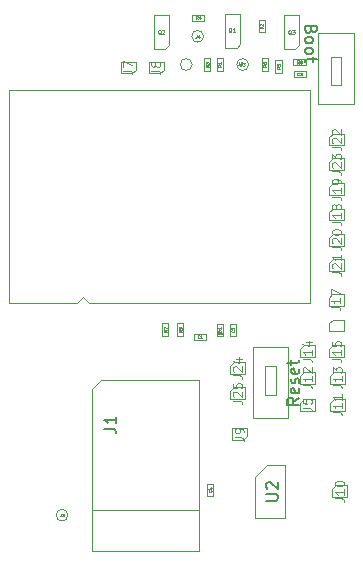
<source format=gbr>
G04 #@! TF.GenerationSoftware,KiCad,Pcbnew,7.0.1-0*
G04 #@! TF.CreationDate,2025-03-17T17:28:38+01:00*
G04 #@! TF.ProjectId,LED-Controller,4c45442d-436f-46e7-9472-6f6c6c65722e,rev?*
G04 #@! TF.SameCoordinates,Original*
G04 #@! TF.FileFunction,AssemblyDrawing,Top*
%FSLAX46Y46*%
G04 Gerber Fmt 4.6, Leading zero omitted, Abs format (unit mm)*
G04 Created by KiCad (PCBNEW 7.0.1-0) date 2025-03-17 17:28:38*
%MOMM*%
%LPD*%
G01*
G04 APERTURE LIST*
%ADD10C,0.150000*%
%ADD11C,0.040000*%
%ADD12C,0.114000*%
%ADD13C,0.050000*%
%ADD14C,0.100000*%
G04 APERTURE END LIST*
D10*
G04 #@! TO.C,U2*
X161105019Y-126339504D02*
X161914542Y-126339504D01*
X161914542Y-126339504D02*
X162009780Y-126291885D01*
X162009780Y-126291885D02*
X162057400Y-126244266D01*
X162057400Y-126244266D02*
X162105019Y-126149028D01*
X162105019Y-126149028D02*
X162105019Y-125958552D01*
X162105019Y-125958552D02*
X162057400Y-125863314D01*
X162057400Y-125863314D02*
X162009780Y-125815695D01*
X162009780Y-125815695D02*
X161914542Y-125768076D01*
X161914542Y-125768076D02*
X161105019Y-125768076D01*
X161200257Y-125339504D02*
X161152638Y-125291885D01*
X161152638Y-125291885D02*
X161105019Y-125196647D01*
X161105019Y-125196647D02*
X161105019Y-124958552D01*
X161105019Y-124958552D02*
X161152638Y-124863314D01*
X161152638Y-124863314D02*
X161200257Y-124815695D01*
X161200257Y-124815695D02*
X161295495Y-124768076D01*
X161295495Y-124768076D02*
X161390733Y-124768076D01*
X161390733Y-124768076D02*
X161533590Y-124815695D01*
X161533590Y-124815695D02*
X162105019Y-125387123D01*
X162105019Y-125387123D02*
X162105019Y-124768076D01*
G04 #@! TO.C,SW1*
X163886219Y-117620895D02*
X163410028Y-117954228D01*
X163886219Y-118192323D02*
X162886219Y-118192323D01*
X162886219Y-118192323D02*
X162886219Y-117811371D01*
X162886219Y-117811371D02*
X162933838Y-117716133D01*
X162933838Y-117716133D02*
X162981457Y-117668514D01*
X162981457Y-117668514D02*
X163076695Y-117620895D01*
X163076695Y-117620895D02*
X163219552Y-117620895D01*
X163219552Y-117620895D02*
X163314790Y-117668514D01*
X163314790Y-117668514D02*
X163362409Y-117716133D01*
X163362409Y-117716133D02*
X163410028Y-117811371D01*
X163410028Y-117811371D02*
X163410028Y-118192323D01*
X163838600Y-116811371D02*
X163886219Y-116906609D01*
X163886219Y-116906609D02*
X163886219Y-117097085D01*
X163886219Y-117097085D02*
X163838600Y-117192323D01*
X163838600Y-117192323D02*
X163743361Y-117239942D01*
X163743361Y-117239942D02*
X163362409Y-117239942D01*
X163362409Y-117239942D02*
X163267171Y-117192323D01*
X163267171Y-117192323D02*
X163219552Y-117097085D01*
X163219552Y-117097085D02*
X163219552Y-116906609D01*
X163219552Y-116906609D02*
X163267171Y-116811371D01*
X163267171Y-116811371D02*
X163362409Y-116763752D01*
X163362409Y-116763752D02*
X163457647Y-116763752D01*
X163457647Y-116763752D02*
X163552885Y-117239942D01*
X163838600Y-116382799D02*
X163886219Y-116287561D01*
X163886219Y-116287561D02*
X163886219Y-116097085D01*
X163886219Y-116097085D02*
X163838600Y-116001847D01*
X163838600Y-116001847D02*
X163743361Y-115954228D01*
X163743361Y-115954228D02*
X163695742Y-115954228D01*
X163695742Y-115954228D02*
X163600504Y-116001847D01*
X163600504Y-116001847D02*
X163552885Y-116097085D01*
X163552885Y-116097085D02*
X163552885Y-116239942D01*
X163552885Y-116239942D02*
X163505266Y-116335180D01*
X163505266Y-116335180D02*
X163410028Y-116382799D01*
X163410028Y-116382799D02*
X163362409Y-116382799D01*
X163362409Y-116382799D02*
X163267171Y-116335180D01*
X163267171Y-116335180D02*
X163219552Y-116239942D01*
X163219552Y-116239942D02*
X163219552Y-116097085D01*
X163219552Y-116097085D02*
X163267171Y-116001847D01*
X163838600Y-115144704D02*
X163886219Y-115239942D01*
X163886219Y-115239942D02*
X163886219Y-115430418D01*
X163886219Y-115430418D02*
X163838600Y-115525656D01*
X163838600Y-115525656D02*
X163743361Y-115573275D01*
X163743361Y-115573275D02*
X163362409Y-115573275D01*
X163362409Y-115573275D02*
X163267171Y-115525656D01*
X163267171Y-115525656D02*
X163219552Y-115430418D01*
X163219552Y-115430418D02*
X163219552Y-115239942D01*
X163219552Y-115239942D02*
X163267171Y-115144704D01*
X163267171Y-115144704D02*
X163362409Y-115097085D01*
X163362409Y-115097085D02*
X163457647Y-115097085D01*
X163457647Y-115097085D02*
X163552885Y-115573275D01*
X163219552Y-114811370D02*
X163219552Y-114430418D01*
X162886219Y-114668513D02*
X163743361Y-114668513D01*
X163743361Y-114668513D02*
X163838600Y-114620894D01*
X163838600Y-114620894D02*
X163886219Y-114525656D01*
X163886219Y-114525656D02*
X163886219Y-114430418D01*
G04 #@! TO.C,SW2*
X164907190Y-86460152D02*
X164859571Y-86603009D01*
X164859571Y-86603009D02*
X164811952Y-86650628D01*
X164811952Y-86650628D02*
X164716714Y-86698247D01*
X164716714Y-86698247D02*
X164573857Y-86698247D01*
X164573857Y-86698247D02*
X164478619Y-86650628D01*
X164478619Y-86650628D02*
X164431000Y-86603009D01*
X164431000Y-86603009D02*
X164383380Y-86507771D01*
X164383380Y-86507771D02*
X164383380Y-86126819D01*
X164383380Y-86126819D02*
X165383380Y-86126819D01*
X165383380Y-86126819D02*
X165383380Y-86460152D01*
X165383380Y-86460152D02*
X165335761Y-86555390D01*
X165335761Y-86555390D02*
X165288142Y-86603009D01*
X165288142Y-86603009D02*
X165192904Y-86650628D01*
X165192904Y-86650628D02*
X165097666Y-86650628D01*
X165097666Y-86650628D02*
X165002428Y-86603009D01*
X165002428Y-86603009D02*
X164954809Y-86555390D01*
X164954809Y-86555390D02*
X164907190Y-86460152D01*
X164907190Y-86460152D02*
X164907190Y-86126819D01*
X164383380Y-87269676D02*
X164431000Y-87174438D01*
X164431000Y-87174438D02*
X164478619Y-87126819D01*
X164478619Y-87126819D02*
X164573857Y-87079200D01*
X164573857Y-87079200D02*
X164859571Y-87079200D01*
X164859571Y-87079200D02*
X164954809Y-87126819D01*
X164954809Y-87126819D02*
X165002428Y-87174438D01*
X165002428Y-87174438D02*
X165050047Y-87269676D01*
X165050047Y-87269676D02*
X165050047Y-87412533D01*
X165050047Y-87412533D02*
X165002428Y-87507771D01*
X165002428Y-87507771D02*
X164954809Y-87555390D01*
X164954809Y-87555390D02*
X164859571Y-87603009D01*
X164859571Y-87603009D02*
X164573857Y-87603009D01*
X164573857Y-87603009D02*
X164478619Y-87555390D01*
X164478619Y-87555390D02*
X164431000Y-87507771D01*
X164431000Y-87507771D02*
X164383380Y-87412533D01*
X164383380Y-87412533D02*
X164383380Y-87269676D01*
X164383380Y-88174438D02*
X164431000Y-88079200D01*
X164431000Y-88079200D02*
X164478619Y-88031581D01*
X164478619Y-88031581D02*
X164573857Y-87983962D01*
X164573857Y-87983962D02*
X164859571Y-87983962D01*
X164859571Y-87983962D02*
X164954809Y-88031581D01*
X164954809Y-88031581D02*
X165002428Y-88079200D01*
X165002428Y-88079200D02*
X165050047Y-88174438D01*
X165050047Y-88174438D02*
X165050047Y-88317295D01*
X165050047Y-88317295D02*
X165002428Y-88412533D01*
X165002428Y-88412533D02*
X164954809Y-88460152D01*
X164954809Y-88460152D02*
X164859571Y-88507771D01*
X164859571Y-88507771D02*
X164573857Y-88507771D01*
X164573857Y-88507771D02*
X164478619Y-88460152D01*
X164478619Y-88460152D02*
X164431000Y-88412533D01*
X164431000Y-88412533D02*
X164383380Y-88317295D01*
X164383380Y-88317295D02*
X164383380Y-88174438D01*
X165050047Y-88793486D02*
X165050047Y-89174438D01*
X165383380Y-88936343D02*
X164526238Y-88936343D01*
X164526238Y-88936343D02*
X164431000Y-88983962D01*
X164431000Y-88983962D02*
X164383380Y-89079200D01*
X164383380Y-89079200D02*
X164383380Y-89174438D01*
D11*
G04 #@! TO.C,R5*
X162273880Y-89603732D02*
X162150071Y-89690399D01*
X162273880Y-89752304D02*
X162013880Y-89752304D01*
X162013880Y-89752304D02*
X162013880Y-89653256D01*
X162013880Y-89653256D02*
X162026261Y-89628494D01*
X162026261Y-89628494D02*
X162038642Y-89616113D01*
X162038642Y-89616113D02*
X162063404Y-89603732D01*
X162063404Y-89603732D02*
X162100547Y-89603732D01*
X162100547Y-89603732D02*
X162125309Y-89616113D01*
X162125309Y-89616113D02*
X162137690Y-89628494D01*
X162137690Y-89628494D02*
X162150071Y-89653256D01*
X162150071Y-89653256D02*
X162150071Y-89752304D01*
X162013880Y-89368494D02*
X162013880Y-89492304D01*
X162013880Y-89492304D02*
X162137690Y-89504685D01*
X162137690Y-89504685D02*
X162125309Y-89492304D01*
X162125309Y-89492304D02*
X162112928Y-89467542D01*
X162112928Y-89467542D02*
X162112928Y-89405637D01*
X162112928Y-89405637D02*
X162125309Y-89380875D01*
X162125309Y-89380875D02*
X162137690Y-89368494D01*
X162137690Y-89368494D02*
X162162452Y-89356113D01*
X162162452Y-89356113D02*
X162224357Y-89356113D01*
X162224357Y-89356113D02*
X162249119Y-89368494D01*
X162249119Y-89368494D02*
X162261500Y-89380875D01*
X162261500Y-89380875D02*
X162273880Y-89405637D01*
X162273880Y-89405637D02*
X162273880Y-89467542D01*
X162273880Y-89467542D02*
X162261500Y-89492304D01*
X162261500Y-89492304D02*
X162249119Y-89504685D01*
D12*
G04 #@! TO.C,J22*
X166672790Y-96373238D02*
X167215647Y-96373238D01*
X167215647Y-96373238D02*
X167324219Y-96409429D01*
X167324219Y-96409429D02*
X167396600Y-96481810D01*
X167396600Y-96481810D02*
X167432790Y-96590381D01*
X167432790Y-96590381D02*
X167432790Y-96662762D01*
X166745171Y-96047524D02*
X166708980Y-96011333D01*
X166708980Y-96011333D02*
X166672790Y-95938952D01*
X166672790Y-95938952D02*
X166672790Y-95758000D01*
X166672790Y-95758000D02*
X166708980Y-95685619D01*
X166708980Y-95685619D02*
X166745171Y-95649428D01*
X166745171Y-95649428D02*
X166817552Y-95613238D01*
X166817552Y-95613238D02*
X166889933Y-95613238D01*
X166889933Y-95613238D02*
X166998504Y-95649428D01*
X166998504Y-95649428D02*
X167432790Y-96083714D01*
X167432790Y-96083714D02*
X167432790Y-95613238D01*
X166745171Y-95323714D02*
X166708980Y-95287523D01*
X166708980Y-95287523D02*
X166672790Y-95215142D01*
X166672790Y-95215142D02*
X166672790Y-95034190D01*
X166672790Y-95034190D02*
X166708980Y-94961809D01*
X166708980Y-94961809D02*
X166745171Y-94925618D01*
X166745171Y-94925618D02*
X166817552Y-94889428D01*
X166817552Y-94889428D02*
X166889933Y-94889428D01*
X166889933Y-94889428D02*
X166998504Y-94925618D01*
X166998504Y-94925618D02*
X167432790Y-95359904D01*
X167432790Y-95359904D02*
X167432790Y-94889428D01*
G04 #@! TO.C,J11*
X166723590Y-118826838D02*
X167266447Y-118826838D01*
X167266447Y-118826838D02*
X167375019Y-118863029D01*
X167375019Y-118863029D02*
X167447400Y-118935410D01*
X167447400Y-118935410D02*
X167483590Y-119043981D01*
X167483590Y-119043981D02*
X167483590Y-119116362D01*
X167483590Y-118066838D02*
X167483590Y-118501124D01*
X167483590Y-118283981D02*
X166723590Y-118283981D01*
X166723590Y-118283981D02*
X166832161Y-118356362D01*
X166832161Y-118356362D02*
X166904542Y-118428743D01*
X166904542Y-118428743D02*
X166940733Y-118501124D01*
X167483590Y-117343028D02*
X167483590Y-117777314D01*
X167483590Y-117560171D02*
X166723590Y-117560171D01*
X166723590Y-117560171D02*
X166832161Y-117632552D01*
X166832161Y-117632552D02*
X166904542Y-117704933D01*
X166904542Y-117704933D02*
X166940733Y-117777314D01*
G04 #@! TO.C,J19*
X166672790Y-100589638D02*
X167215647Y-100589638D01*
X167215647Y-100589638D02*
X167324219Y-100625829D01*
X167324219Y-100625829D02*
X167396600Y-100698210D01*
X167396600Y-100698210D02*
X167432790Y-100806781D01*
X167432790Y-100806781D02*
X167432790Y-100879162D01*
X167432790Y-99829638D02*
X167432790Y-100263924D01*
X167432790Y-100046781D02*
X166672790Y-100046781D01*
X166672790Y-100046781D02*
X166781361Y-100119162D01*
X166781361Y-100119162D02*
X166853742Y-100191543D01*
X166853742Y-100191543D02*
X166889933Y-100263924D01*
X167432790Y-99467733D02*
X167432790Y-99322971D01*
X167432790Y-99322971D02*
X167396600Y-99250590D01*
X167396600Y-99250590D02*
X167360409Y-99214399D01*
X167360409Y-99214399D02*
X167251838Y-99142018D01*
X167251838Y-99142018D02*
X167107076Y-99105828D01*
X167107076Y-99105828D02*
X166817552Y-99105828D01*
X166817552Y-99105828D02*
X166745171Y-99142018D01*
X166745171Y-99142018D02*
X166708980Y-99178209D01*
X166708980Y-99178209D02*
X166672790Y-99250590D01*
X166672790Y-99250590D02*
X166672790Y-99395352D01*
X166672790Y-99395352D02*
X166708980Y-99467733D01*
X166708980Y-99467733D02*
X166745171Y-99503923D01*
X166745171Y-99503923D02*
X166817552Y-99540114D01*
X166817552Y-99540114D02*
X166998504Y-99540114D01*
X166998504Y-99540114D02*
X167070885Y-99503923D01*
X167070885Y-99503923D02*
X167107076Y-99467733D01*
X167107076Y-99467733D02*
X167143266Y-99395352D01*
X167143266Y-99395352D02*
X167143266Y-99250590D01*
X167143266Y-99250590D02*
X167107076Y-99178209D01*
X167107076Y-99178209D02*
X167070885Y-99142018D01*
X167070885Y-99142018D02*
X166998504Y-99105828D01*
G04 #@! TO.C,J25*
X158290790Y-117861638D02*
X158833647Y-117861638D01*
X158833647Y-117861638D02*
X158942219Y-117897829D01*
X158942219Y-117897829D02*
X159014600Y-117970210D01*
X159014600Y-117970210D02*
X159050790Y-118078781D01*
X159050790Y-118078781D02*
X159050790Y-118151162D01*
X158363171Y-117535924D02*
X158326980Y-117499733D01*
X158326980Y-117499733D02*
X158290790Y-117427352D01*
X158290790Y-117427352D02*
X158290790Y-117246400D01*
X158290790Y-117246400D02*
X158326980Y-117174019D01*
X158326980Y-117174019D02*
X158363171Y-117137828D01*
X158363171Y-117137828D02*
X158435552Y-117101638D01*
X158435552Y-117101638D02*
X158507933Y-117101638D01*
X158507933Y-117101638D02*
X158616504Y-117137828D01*
X158616504Y-117137828D02*
X159050790Y-117572114D01*
X159050790Y-117572114D02*
X159050790Y-117101638D01*
X158290790Y-116414018D02*
X158290790Y-116775923D01*
X158290790Y-116775923D02*
X158652695Y-116812114D01*
X158652695Y-116812114D02*
X158616504Y-116775923D01*
X158616504Y-116775923D02*
X158580314Y-116703542D01*
X158580314Y-116703542D02*
X158580314Y-116522590D01*
X158580314Y-116522590D02*
X158616504Y-116450209D01*
X158616504Y-116450209D02*
X158652695Y-116414018D01*
X158652695Y-116414018D02*
X158725076Y-116377828D01*
X158725076Y-116377828D02*
X158906028Y-116377828D01*
X158906028Y-116377828D02*
X158978409Y-116414018D01*
X158978409Y-116414018D02*
X159014600Y-116450209D01*
X159014600Y-116450209D02*
X159050790Y-116522590D01*
X159050790Y-116522590D02*
X159050790Y-116703542D01*
X159050790Y-116703542D02*
X159014600Y-116775923D01*
X159014600Y-116775923D02*
X158978409Y-116812114D01*
G04 #@! TO.C,J24*
X158290790Y-115728038D02*
X158833647Y-115728038D01*
X158833647Y-115728038D02*
X158942219Y-115764229D01*
X158942219Y-115764229D02*
X159014600Y-115836610D01*
X159014600Y-115836610D02*
X159050790Y-115945181D01*
X159050790Y-115945181D02*
X159050790Y-116017562D01*
X158363171Y-115402324D02*
X158326980Y-115366133D01*
X158326980Y-115366133D02*
X158290790Y-115293752D01*
X158290790Y-115293752D02*
X158290790Y-115112800D01*
X158290790Y-115112800D02*
X158326980Y-115040419D01*
X158326980Y-115040419D02*
X158363171Y-115004228D01*
X158363171Y-115004228D02*
X158435552Y-114968038D01*
X158435552Y-114968038D02*
X158507933Y-114968038D01*
X158507933Y-114968038D02*
X158616504Y-115004228D01*
X158616504Y-115004228D02*
X159050790Y-115438514D01*
X159050790Y-115438514D02*
X159050790Y-114968038D01*
X158544123Y-114316609D02*
X159050790Y-114316609D01*
X158254600Y-114497561D02*
X158797457Y-114678514D01*
X158797457Y-114678514D02*
X158797457Y-114208037D01*
G04 #@! TO.C,J23*
X166672790Y-98456038D02*
X167215647Y-98456038D01*
X167215647Y-98456038D02*
X167324219Y-98492229D01*
X167324219Y-98492229D02*
X167396600Y-98564610D01*
X167396600Y-98564610D02*
X167432790Y-98673181D01*
X167432790Y-98673181D02*
X167432790Y-98745562D01*
X166745171Y-98130324D02*
X166708980Y-98094133D01*
X166708980Y-98094133D02*
X166672790Y-98021752D01*
X166672790Y-98021752D02*
X166672790Y-97840800D01*
X166672790Y-97840800D02*
X166708980Y-97768419D01*
X166708980Y-97768419D02*
X166745171Y-97732228D01*
X166745171Y-97732228D02*
X166817552Y-97696038D01*
X166817552Y-97696038D02*
X166889933Y-97696038D01*
X166889933Y-97696038D02*
X166998504Y-97732228D01*
X166998504Y-97732228D02*
X167432790Y-98166514D01*
X167432790Y-98166514D02*
X167432790Y-97696038D01*
X166672790Y-97442704D02*
X166672790Y-96972228D01*
X166672790Y-96972228D02*
X166962314Y-97225561D01*
X166962314Y-97225561D02*
X166962314Y-97116990D01*
X166962314Y-97116990D02*
X166998504Y-97044609D01*
X166998504Y-97044609D02*
X167034695Y-97008418D01*
X167034695Y-97008418D02*
X167107076Y-96972228D01*
X167107076Y-96972228D02*
X167288028Y-96972228D01*
X167288028Y-96972228D02*
X167360409Y-97008418D01*
X167360409Y-97008418D02*
X167396600Y-97044609D01*
X167396600Y-97044609D02*
X167432790Y-97116990D01*
X167432790Y-97116990D02*
X167432790Y-97334133D01*
X167432790Y-97334133D02*
X167396600Y-97406514D01*
X167396600Y-97406514D02*
X167360409Y-97442704D01*
G04 #@! TO.C,J21*
X166672790Y-106990438D02*
X167215647Y-106990438D01*
X167215647Y-106990438D02*
X167324219Y-107026629D01*
X167324219Y-107026629D02*
X167396600Y-107099010D01*
X167396600Y-107099010D02*
X167432790Y-107207581D01*
X167432790Y-107207581D02*
X167432790Y-107279962D01*
X166745171Y-106664724D02*
X166708980Y-106628533D01*
X166708980Y-106628533D02*
X166672790Y-106556152D01*
X166672790Y-106556152D02*
X166672790Y-106375200D01*
X166672790Y-106375200D02*
X166708980Y-106302819D01*
X166708980Y-106302819D02*
X166745171Y-106266628D01*
X166745171Y-106266628D02*
X166817552Y-106230438D01*
X166817552Y-106230438D02*
X166889933Y-106230438D01*
X166889933Y-106230438D02*
X166998504Y-106266628D01*
X166998504Y-106266628D02*
X167432790Y-106700914D01*
X167432790Y-106700914D02*
X167432790Y-106230438D01*
X167432790Y-105506628D02*
X167432790Y-105940914D01*
X167432790Y-105723771D02*
X166672790Y-105723771D01*
X166672790Y-105723771D02*
X166781361Y-105796152D01*
X166781361Y-105796152D02*
X166853742Y-105868533D01*
X166853742Y-105868533D02*
X166889933Y-105940914D01*
G04 #@! TO.C,J20*
X166672790Y-104856838D02*
X167215647Y-104856838D01*
X167215647Y-104856838D02*
X167324219Y-104893029D01*
X167324219Y-104893029D02*
X167396600Y-104965410D01*
X167396600Y-104965410D02*
X167432790Y-105073981D01*
X167432790Y-105073981D02*
X167432790Y-105146362D01*
X166745171Y-104531124D02*
X166708980Y-104494933D01*
X166708980Y-104494933D02*
X166672790Y-104422552D01*
X166672790Y-104422552D02*
X166672790Y-104241600D01*
X166672790Y-104241600D02*
X166708980Y-104169219D01*
X166708980Y-104169219D02*
X166745171Y-104133028D01*
X166745171Y-104133028D02*
X166817552Y-104096838D01*
X166817552Y-104096838D02*
X166889933Y-104096838D01*
X166889933Y-104096838D02*
X166998504Y-104133028D01*
X166998504Y-104133028D02*
X167432790Y-104567314D01*
X167432790Y-104567314D02*
X167432790Y-104096838D01*
X166672790Y-103626361D02*
X166672790Y-103553980D01*
X166672790Y-103553980D02*
X166708980Y-103481599D01*
X166708980Y-103481599D02*
X166745171Y-103445409D01*
X166745171Y-103445409D02*
X166817552Y-103409218D01*
X166817552Y-103409218D02*
X166962314Y-103373028D01*
X166962314Y-103373028D02*
X167143266Y-103373028D01*
X167143266Y-103373028D02*
X167288028Y-103409218D01*
X167288028Y-103409218D02*
X167360409Y-103445409D01*
X167360409Y-103445409D02*
X167396600Y-103481599D01*
X167396600Y-103481599D02*
X167432790Y-103553980D01*
X167432790Y-103553980D02*
X167432790Y-103626361D01*
X167432790Y-103626361D02*
X167396600Y-103698742D01*
X167396600Y-103698742D02*
X167360409Y-103734933D01*
X167360409Y-103734933D02*
X167288028Y-103771123D01*
X167288028Y-103771123D02*
X167143266Y-103807314D01*
X167143266Y-103807314D02*
X166962314Y-103807314D01*
X166962314Y-103807314D02*
X166817552Y-103771123D01*
X166817552Y-103771123D02*
X166745171Y-103734933D01*
X166745171Y-103734933D02*
X166708980Y-103698742D01*
X166708980Y-103698742D02*
X166672790Y-103626361D01*
G04 #@! TO.C,J18*
X166672790Y-102723238D02*
X167215647Y-102723238D01*
X167215647Y-102723238D02*
X167324219Y-102759429D01*
X167324219Y-102759429D02*
X167396600Y-102831810D01*
X167396600Y-102831810D02*
X167432790Y-102940381D01*
X167432790Y-102940381D02*
X167432790Y-103012762D01*
X167432790Y-101963238D02*
X167432790Y-102397524D01*
X167432790Y-102180381D02*
X166672790Y-102180381D01*
X166672790Y-102180381D02*
X166781361Y-102252762D01*
X166781361Y-102252762D02*
X166853742Y-102325143D01*
X166853742Y-102325143D02*
X166889933Y-102397524D01*
X166998504Y-101528952D02*
X166962314Y-101601333D01*
X166962314Y-101601333D02*
X166926123Y-101637523D01*
X166926123Y-101637523D02*
X166853742Y-101673714D01*
X166853742Y-101673714D02*
X166817552Y-101673714D01*
X166817552Y-101673714D02*
X166745171Y-101637523D01*
X166745171Y-101637523D02*
X166708980Y-101601333D01*
X166708980Y-101601333D02*
X166672790Y-101528952D01*
X166672790Y-101528952D02*
X166672790Y-101384190D01*
X166672790Y-101384190D02*
X166708980Y-101311809D01*
X166708980Y-101311809D02*
X166745171Y-101275618D01*
X166745171Y-101275618D02*
X166817552Y-101239428D01*
X166817552Y-101239428D02*
X166853742Y-101239428D01*
X166853742Y-101239428D02*
X166926123Y-101275618D01*
X166926123Y-101275618D02*
X166962314Y-101311809D01*
X166962314Y-101311809D02*
X166998504Y-101384190D01*
X166998504Y-101384190D02*
X166998504Y-101528952D01*
X166998504Y-101528952D02*
X167034695Y-101601333D01*
X167034695Y-101601333D02*
X167070885Y-101637523D01*
X167070885Y-101637523D02*
X167143266Y-101673714D01*
X167143266Y-101673714D02*
X167288028Y-101673714D01*
X167288028Y-101673714D02*
X167360409Y-101637523D01*
X167360409Y-101637523D02*
X167396600Y-101601333D01*
X167396600Y-101601333D02*
X167432790Y-101528952D01*
X167432790Y-101528952D02*
X167432790Y-101384190D01*
X167432790Y-101384190D02*
X167396600Y-101311809D01*
X167396600Y-101311809D02*
X167360409Y-101275618D01*
X167360409Y-101275618D02*
X167288028Y-101239428D01*
X167288028Y-101239428D02*
X167143266Y-101239428D01*
X167143266Y-101239428D02*
X167070885Y-101275618D01*
X167070885Y-101275618D02*
X167034695Y-101311809D01*
X167034695Y-101311809D02*
X166998504Y-101384190D01*
G04 #@! TO.C,J17*
X166621990Y-109936838D02*
X167164847Y-109936838D01*
X167164847Y-109936838D02*
X167273419Y-109973029D01*
X167273419Y-109973029D02*
X167345800Y-110045410D01*
X167345800Y-110045410D02*
X167381990Y-110153981D01*
X167381990Y-110153981D02*
X167381990Y-110226362D01*
X167381990Y-109176838D02*
X167381990Y-109611124D01*
X167381990Y-109393981D02*
X166621990Y-109393981D01*
X166621990Y-109393981D02*
X166730561Y-109466362D01*
X166730561Y-109466362D02*
X166802942Y-109538743D01*
X166802942Y-109538743D02*
X166839133Y-109611124D01*
X166621990Y-108923504D02*
X166621990Y-108416837D01*
X166621990Y-108416837D02*
X167381990Y-108742552D01*
G04 #@! TO.C,J15*
X166672790Y-114305638D02*
X167215647Y-114305638D01*
X167215647Y-114305638D02*
X167324219Y-114341829D01*
X167324219Y-114341829D02*
X167396600Y-114414210D01*
X167396600Y-114414210D02*
X167432790Y-114522781D01*
X167432790Y-114522781D02*
X167432790Y-114595162D01*
X167432790Y-113545638D02*
X167432790Y-113979924D01*
X167432790Y-113762781D02*
X166672790Y-113762781D01*
X166672790Y-113762781D02*
X166781361Y-113835162D01*
X166781361Y-113835162D02*
X166853742Y-113907543D01*
X166853742Y-113907543D02*
X166889933Y-113979924D01*
X166672790Y-112858018D02*
X166672790Y-113219923D01*
X166672790Y-113219923D02*
X167034695Y-113256114D01*
X167034695Y-113256114D02*
X166998504Y-113219923D01*
X166998504Y-113219923D02*
X166962314Y-113147542D01*
X166962314Y-113147542D02*
X166962314Y-112966590D01*
X166962314Y-112966590D02*
X166998504Y-112894209D01*
X166998504Y-112894209D02*
X167034695Y-112858018D01*
X167034695Y-112858018D02*
X167107076Y-112821828D01*
X167107076Y-112821828D02*
X167288028Y-112821828D01*
X167288028Y-112821828D02*
X167360409Y-112858018D01*
X167360409Y-112858018D02*
X167396600Y-112894209D01*
X167396600Y-112894209D02*
X167432790Y-112966590D01*
X167432790Y-112966590D02*
X167432790Y-113147542D01*
X167432790Y-113147542D02*
X167396600Y-113219923D01*
X167396600Y-113219923D02*
X167360409Y-113256114D01*
G04 #@! TO.C,J14*
X164183590Y-114305638D02*
X164726447Y-114305638D01*
X164726447Y-114305638D02*
X164835019Y-114341829D01*
X164835019Y-114341829D02*
X164907400Y-114414210D01*
X164907400Y-114414210D02*
X164943590Y-114522781D01*
X164943590Y-114522781D02*
X164943590Y-114595162D01*
X164943590Y-113545638D02*
X164943590Y-113979924D01*
X164943590Y-113762781D02*
X164183590Y-113762781D01*
X164183590Y-113762781D02*
X164292161Y-113835162D01*
X164292161Y-113835162D02*
X164364542Y-113907543D01*
X164364542Y-113907543D02*
X164400733Y-113979924D01*
X164436923Y-112894209D02*
X164943590Y-112894209D01*
X164147400Y-113075161D02*
X164690257Y-113256114D01*
X164690257Y-113256114D02*
X164690257Y-112785637D01*
G04 #@! TO.C,J13*
X166723590Y-116540838D02*
X167266447Y-116540838D01*
X167266447Y-116540838D02*
X167375019Y-116577029D01*
X167375019Y-116577029D02*
X167447400Y-116649410D01*
X167447400Y-116649410D02*
X167483590Y-116757981D01*
X167483590Y-116757981D02*
X167483590Y-116830362D01*
X167483590Y-115780838D02*
X167483590Y-116215124D01*
X167483590Y-115997981D02*
X166723590Y-115997981D01*
X166723590Y-115997981D02*
X166832161Y-116070362D01*
X166832161Y-116070362D02*
X166904542Y-116142743D01*
X166904542Y-116142743D02*
X166940733Y-116215124D01*
X166723590Y-115527504D02*
X166723590Y-115057028D01*
X166723590Y-115057028D02*
X167013114Y-115310361D01*
X167013114Y-115310361D02*
X167013114Y-115201790D01*
X167013114Y-115201790D02*
X167049304Y-115129409D01*
X167049304Y-115129409D02*
X167085495Y-115093218D01*
X167085495Y-115093218D02*
X167157876Y-115057028D01*
X167157876Y-115057028D02*
X167338828Y-115057028D01*
X167338828Y-115057028D02*
X167411209Y-115093218D01*
X167411209Y-115093218D02*
X167447400Y-115129409D01*
X167447400Y-115129409D02*
X167483590Y-115201790D01*
X167483590Y-115201790D02*
X167483590Y-115418933D01*
X167483590Y-115418933D02*
X167447400Y-115491314D01*
X167447400Y-115491314D02*
X167411209Y-115527504D01*
G04 #@! TO.C,J12*
X164183590Y-116540838D02*
X164726447Y-116540838D01*
X164726447Y-116540838D02*
X164835019Y-116577029D01*
X164835019Y-116577029D02*
X164907400Y-116649410D01*
X164907400Y-116649410D02*
X164943590Y-116757981D01*
X164943590Y-116757981D02*
X164943590Y-116830362D01*
X164943590Y-115780838D02*
X164943590Y-116215124D01*
X164943590Y-115997981D02*
X164183590Y-115997981D01*
X164183590Y-115997981D02*
X164292161Y-116070362D01*
X164292161Y-116070362D02*
X164364542Y-116142743D01*
X164364542Y-116142743D02*
X164400733Y-116215124D01*
X164255971Y-115491314D02*
X164219780Y-115455123D01*
X164219780Y-115455123D02*
X164183590Y-115382742D01*
X164183590Y-115382742D02*
X164183590Y-115201790D01*
X164183590Y-115201790D02*
X164219780Y-115129409D01*
X164219780Y-115129409D02*
X164255971Y-115093218D01*
X164255971Y-115093218D02*
X164328352Y-115057028D01*
X164328352Y-115057028D02*
X164400733Y-115057028D01*
X164400733Y-115057028D02*
X164509304Y-115093218D01*
X164509304Y-115093218D02*
X164943590Y-115527504D01*
X164943590Y-115527504D02*
X164943590Y-115057028D01*
G04 #@! TO.C,J5*
X164183590Y-118464933D02*
X164726447Y-118464933D01*
X164726447Y-118464933D02*
X164835019Y-118501124D01*
X164835019Y-118501124D02*
X164907400Y-118573505D01*
X164907400Y-118573505D02*
X164943590Y-118682076D01*
X164943590Y-118682076D02*
X164943590Y-118754457D01*
X164183590Y-117741123D02*
X164183590Y-118103028D01*
X164183590Y-118103028D02*
X164545495Y-118139219D01*
X164545495Y-118139219D02*
X164509304Y-118103028D01*
X164509304Y-118103028D02*
X164473114Y-118030647D01*
X164473114Y-118030647D02*
X164473114Y-117849695D01*
X164473114Y-117849695D02*
X164509304Y-117777314D01*
X164509304Y-117777314D02*
X164545495Y-117741123D01*
X164545495Y-117741123D02*
X164617876Y-117704933D01*
X164617876Y-117704933D02*
X164798828Y-117704933D01*
X164798828Y-117704933D02*
X164871209Y-117741123D01*
X164871209Y-117741123D02*
X164907400Y-117777314D01*
X164907400Y-117777314D02*
X164943590Y-117849695D01*
X164943590Y-117849695D02*
X164943590Y-118030647D01*
X164943590Y-118030647D02*
X164907400Y-118103028D01*
X164907400Y-118103028D02*
X164871209Y-118139219D01*
D13*
G04 #@! TO.C,Q3*
X163213023Y-86843314D02*
X163182547Y-86828076D01*
X163182547Y-86828076D02*
X163152071Y-86797600D01*
X163152071Y-86797600D02*
X163106357Y-86751885D01*
X163106357Y-86751885D02*
X163075880Y-86736647D01*
X163075880Y-86736647D02*
X163045404Y-86736647D01*
X163060642Y-86812838D02*
X163030166Y-86797600D01*
X163030166Y-86797600D02*
X162999690Y-86767123D01*
X162999690Y-86767123D02*
X162984452Y-86706171D01*
X162984452Y-86706171D02*
X162984452Y-86599504D01*
X162984452Y-86599504D02*
X162999690Y-86538552D01*
X162999690Y-86538552D02*
X163030166Y-86508076D01*
X163030166Y-86508076D02*
X163060642Y-86492838D01*
X163060642Y-86492838D02*
X163121595Y-86492838D01*
X163121595Y-86492838D02*
X163152071Y-86508076D01*
X163152071Y-86508076D02*
X163182547Y-86538552D01*
X163182547Y-86538552D02*
X163197785Y-86599504D01*
X163197785Y-86599504D02*
X163197785Y-86706171D01*
X163197785Y-86706171D02*
X163182547Y-86767123D01*
X163182547Y-86767123D02*
X163152071Y-86797600D01*
X163152071Y-86797600D02*
X163121595Y-86812838D01*
X163121595Y-86812838D02*
X163060642Y-86812838D01*
X163304452Y-86492838D02*
X163502547Y-86492838D01*
X163502547Y-86492838D02*
X163395880Y-86614742D01*
X163395880Y-86614742D02*
X163441595Y-86614742D01*
X163441595Y-86614742D02*
X163472071Y-86629980D01*
X163472071Y-86629980D02*
X163487309Y-86645219D01*
X163487309Y-86645219D02*
X163502547Y-86675695D01*
X163502547Y-86675695D02*
X163502547Y-86751885D01*
X163502547Y-86751885D02*
X163487309Y-86782361D01*
X163487309Y-86782361D02*
X163472071Y-86797600D01*
X163472071Y-86797600D02*
X163441595Y-86812838D01*
X163441595Y-86812838D02*
X163350166Y-86812838D01*
X163350166Y-86812838D02*
X163319690Y-86797600D01*
X163319690Y-86797600D02*
X163304452Y-86782361D01*
G04 #@! TO.C,Q2*
X152189423Y-86843314D02*
X152158947Y-86828076D01*
X152158947Y-86828076D02*
X152128471Y-86797600D01*
X152128471Y-86797600D02*
X152082757Y-86751885D01*
X152082757Y-86751885D02*
X152052280Y-86736647D01*
X152052280Y-86736647D02*
X152021804Y-86736647D01*
X152037042Y-86812838D02*
X152006566Y-86797600D01*
X152006566Y-86797600D02*
X151976090Y-86767123D01*
X151976090Y-86767123D02*
X151960852Y-86706171D01*
X151960852Y-86706171D02*
X151960852Y-86599504D01*
X151960852Y-86599504D02*
X151976090Y-86538552D01*
X151976090Y-86538552D02*
X152006566Y-86508076D01*
X152006566Y-86508076D02*
X152037042Y-86492838D01*
X152037042Y-86492838D02*
X152097995Y-86492838D01*
X152097995Y-86492838D02*
X152128471Y-86508076D01*
X152128471Y-86508076D02*
X152158947Y-86538552D01*
X152158947Y-86538552D02*
X152174185Y-86599504D01*
X152174185Y-86599504D02*
X152174185Y-86706171D01*
X152174185Y-86706171D02*
X152158947Y-86767123D01*
X152158947Y-86767123D02*
X152128471Y-86797600D01*
X152128471Y-86797600D02*
X152097995Y-86812838D01*
X152097995Y-86812838D02*
X152037042Y-86812838D01*
X152296090Y-86523314D02*
X152311328Y-86508076D01*
X152311328Y-86508076D02*
X152341804Y-86492838D01*
X152341804Y-86492838D02*
X152417995Y-86492838D01*
X152417995Y-86492838D02*
X152448471Y-86508076D01*
X152448471Y-86508076D02*
X152463709Y-86523314D01*
X152463709Y-86523314D02*
X152478947Y-86553790D01*
X152478947Y-86553790D02*
X152478947Y-86584266D01*
X152478947Y-86584266D02*
X152463709Y-86629980D01*
X152463709Y-86629980D02*
X152280852Y-86812838D01*
X152280852Y-86812838D02*
X152478947Y-86812838D01*
D11*
G04 #@! TO.C,R9*
X153942680Y-111883632D02*
X153818871Y-111970299D01*
X153942680Y-112032204D02*
X153682680Y-112032204D01*
X153682680Y-112032204D02*
X153682680Y-111933156D01*
X153682680Y-111933156D02*
X153695061Y-111908394D01*
X153695061Y-111908394D02*
X153707442Y-111896013D01*
X153707442Y-111896013D02*
X153732204Y-111883632D01*
X153732204Y-111883632D02*
X153769347Y-111883632D01*
X153769347Y-111883632D02*
X153794109Y-111896013D01*
X153794109Y-111896013D02*
X153806490Y-111908394D01*
X153806490Y-111908394D02*
X153818871Y-111933156D01*
X153818871Y-111933156D02*
X153818871Y-112032204D01*
X153942680Y-111759823D02*
X153942680Y-111710299D01*
X153942680Y-111710299D02*
X153930300Y-111685537D01*
X153930300Y-111685537D02*
X153917919Y-111673156D01*
X153917919Y-111673156D02*
X153880776Y-111648394D01*
X153880776Y-111648394D02*
X153831252Y-111636013D01*
X153831252Y-111636013D02*
X153732204Y-111636013D01*
X153732204Y-111636013D02*
X153707442Y-111648394D01*
X153707442Y-111648394D02*
X153695061Y-111660775D01*
X153695061Y-111660775D02*
X153682680Y-111685537D01*
X153682680Y-111685537D02*
X153682680Y-111735061D01*
X153682680Y-111735061D02*
X153695061Y-111759823D01*
X153695061Y-111759823D02*
X153707442Y-111772204D01*
X153707442Y-111772204D02*
X153732204Y-111784585D01*
X153732204Y-111784585D02*
X153794109Y-111784585D01*
X153794109Y-111784585D02*
X153818871Y-111772204D01*
X153818871Y-111772204D02*
X153831252Y-111759823D01*
X153831252Y-111759823D02*
X153843633Y-111735061D01*
X153843633Y-111735061D02*
X153843633Y-111685537D01*
X153843633Y-111685537D02*
X153831252Y-111660775D01*
X153831252Y-111660775D02*
X153818871Y-111648394D01*
X153818871Y-111648394D02*
X153794109Y-111636013D01*
G04 #@! TO.C,R4*
X155303067Y-85565880D02*
X155216400Y-85442071D01*
X155154495Y-85565880D02*
X155154495Y-85305880D01*
X155154495Y-85305880D02*
X155253543Y-85305880D01*
X155253543Y-85305880D02*
X155278305Y-85318261D01*
X155278305Y-85318261D02*
X155290686Y-85330642D01*
X155290686Y-85330642D02*
X155303067Y-85355404D01*
X155303067Y-85355404D02*
X155303067Y-85392547D01*
X155303067Y-85392547D02*
X155290686Y-85417309D01*
X155290686Y-85417309D02*
X155278305Y-85429690D01*
X155278305Y-85429690D02*
X155253543Y-85442071D01*
X155253543Y-85442071D02*
X155154495Y-85442071D01*
X155525924Y-85392547D02*
X155525924Y-85565880D01*
X155464019Y-85293500D02*
X155402114Y-85479214D01*
X155402114Y-85479214D02*
X155563067Y-85479214D01*
D12*
G04 #@! TO.C,J8*
X151381990Y-89915333D02*
X151924847Y-89915333D01*
X151924847Y-89915333D02*
X152033419Y-89951524D01*
X152033419Y-89951524D02*
X152105800Y-90023905D01*
X152105800Y-90023905D02*
X152141990Y-90132476D01*
X152141990Y-90132476D02*
X152141990Y-90204857D01*
X151707704Y-89444857D02*
X151671514Y-89517238D01*
X151671514Y-89517238D02*
X151635323Y-89553428D01*
X151635323Y-89553428D02*
X151562942Y-89589619D01*
X151562942Y-89589619D02*
X151526752Y-89589619D01*
X151526752Y-89589619D02*
X151454371Y-89553428D01*
X151454371Y-89553428D02*
X151418180Y-89517238D01*
X151418180Y-89517238D02*
X151381990Y-89444857D01*
X151381990Y-89444857D02*
X151381990Y-89300095D01*
X151381990Y-89300095D02*
X151418180Y-89227714D01*
X151418180Y-89227714D02*
X151454371Y-89191523D01*
X151454371Y-89191523D02*
X151526752Y-89155333D01*
X151526752Y-89155333D02*
X151562942Y-89155333D01*
X151562942Y-89155333D02*
X151635323Y-89191523D01*
X151635323Y-89191523D02*
X151671514Y-89227714D01*
X151671514Y-89227714D02*
X151707704Y-89300095D01*
X151707704Y-89300095D02*
X151707704Y-89444857D01*
X151707704Y-89444857D02*
X151743895Y-89517238D01*
X151743895Y-89517238D02*
X151780085Y-89553428D01*
X151780085Y-89553428D02*
X151852466Y-89589619D01*
X151852466Y-89589619D02*
X151997228Y-89589619D01*
X151997228Y-89589619D02*
X152069609Y-89553428D01*
X152069609Y-89553428D02*
X152105800Y-89517238D01*
X152105800Y-89517238D02*
X152141990Y-89444857D01*
X152141990Y-89444857D02*
X152141990Y-89300095D01*
X152141990Y-89300095D02*
X152105800Y-89227714D01*
X152105800Y-89227714D02*
X152069609Y-89191523D01*
X152069609Y-89191523D02*
X151997228Y-89155333D01*
X151997228Y-89155333D02*
X151852466Y-89155333D01*
X151852466Y-89155333D02*
X151780085Y-89191523D01*
X151780085Y-89191523D02*
X151743895Y-89227714D01*
X151743895Y-89227714D02*
X151707704Y-89300095D01*
D11*
G04 #@! TO.C,C1*
X155457133Y-112563045D02*
X155445229Y-112574950D01*
X155445229Y-112574950D02*
X155409514Y-112586854D01*
X155409514Y-112586854D02*
X155385705Y-112586854D01*
X155385705Y-112586854D02*
X155349991Y-112574950D01*
X155349991Y-112574950D02*
X155326181Y-112551140D01*
X155326181Y-112551140D02*
X155314276Y-112527330D01*
X155314276Y-112527330D02*
X155302372Y-112479711D01*
X155302372Y-112479711D02*
X155302372Y-112443997D01*
X155302372Y-112443997D02*
X155314276Y-112396378D01*
X155314276Y-112396378D02*
X155326181Y-112372569D01*
X155326181Y-112372569D02*
X155349991Y-112348759D01*
X155349991Y-112348759D02*
X155385705Y-112336854D01*
X155385705Y-112336854D02*
X155409514Y-112336854D01*
X155409514Y-112336854D02*
X155445229Y-112348759D01*
X155445229Y-112348759D02*
X155457133Y-112360664D01*
X155695229Y-112586854D02*
X155552372Y-112586854D01*
X155623800Y-112586854D02*
X155623800Y-112336854D01*
X155623800Y-112336854D02*
X155599991Y-112372569D01*
X155599991Y-112372569D02*
X155576181Y-112396378D01*
X155576181Y-112396378D02*
X155552372Y-112408283D01*
G04 #@! TO.C,J6*
X158819067Y-89222854D02*
X158819067Y-89401426D01*
X158819067Y-89401426D02*
X158807162Y-89437140D01*
X158807162Y-89437140D02*
X158783353Y-89460950D01*
X158783353Y-89460950D02*
X158747638Y-89472854D01*
X158747638Y-89472854D02*
X158723829Y-89472854D01*
X159045257Y-89222854D02*
X158997638Y-89222854D01*
X158997638Y-89222854D02*
X158973829Y-89234759D01*
X158973829Y-89234759D02*
X158961924Y-89246664D01*
X158961924Y-89246664D02*
X158938114Y-89282378D01*
X158938114Y-89282378D02*
X158926210Y-89329997D01*
X158926210Y-89329997D02*
X158926210Y-89425235D01*
X158926210Y-89425235D02*
X158938114Y-89449045D01*
X158938114Y-89449045D02*
X158950019Y-89460950D01*
X158950019Y-89460950D02*
X158973829Y-89472854D01*
X158973829Y-89472854D02*
X159021448Y-89472854D01*
X159021448Y-89472854D02*
X159045257Y-89460950D01*
X159045257Y-89460950D02*
X159057162Y-89449045D01*
X159057162Y-89449045D02*
X159069067Y-89425235D01*
X159069067Y-89425235D02*
X159069067Y-89365711D01*
X159069067Y-89365711D02*
X159057162Y-89341902D01*
X159057162Y-89341902D02*
X159045257Y-89329997D01*
X159045257Y-89329997D02*
X159021448Y-89318092D01*
X159021448Y-89318092D02*
X158973829Y-89318092D01*
X158973829Y-89318092D02*
X158950019Y-89329997D01*
X158950019Y-89329997D02*
X158938114Y-89341902D01*
X158938114Y-89341902D02*
X158926210Y-89365711D01*
D12*
G04 #@! TO.C,J7*
X148994390Y-89915333D02*
X149537247Y-89915333D01*
X149537247Y-89915333D02*
X149645819Y-89951524D01*
X149645819Y-89951524D02*
X149718200Y-90023905D01*
X149718200Y-90023905D02*
X149754390Y-90132476D01*
X149754390Y-90132476D02*
X149754390Y-90204857D01*
X148994390Y-89625809D02*
X148994390Y-89119142D01*
X148994390Y-89119142D02*
X149754390Y-89444857D01*
D11*
G04 #@! TO.C,J3*
X159022267Y-89273654D02*
X159022267Y-89452226D01*
X159022267Y-89452226D02*
X159010362Y-89487940D01*
X159010362Y-89487940D02*
X158986553Y-89511750D01*
X158986553Y-89511750D02*
X158950838Y-89523654D01*
X158950838Y-89523654D02*
X158927029Y-89523654D01*
X159117505Y-89273654D02*
X159272267Y-89273654D01*
X159272267Y-89273654D02*
X159188933Y-89368892D01*
X159188933Y-89368892D02*
X159224648Y-89368892D01*
X159224648Y-89368892D02*
X159248457Y-89380797D01*
X159248457Y-89380797D02*
X159260362Y-89392702D01*
X159260362Y-89392702D02*
X159272267Y-89416511D01*
X159272267Y-89416511D02*
X159272267Y-89476035D01*
X159272267Y-89476035D02*
X159260362Y-89499845D01*
X159260362Y-89499845D02*
X159248457Y-89511750D01*
X159248457Y-89511750D02*
X159224648Y-89523654D01*
X159224648Y-89523654D02*
X159153219Y-89523654D01*
X159153219Y-89523654D02*
X159129410Y-89511750D01*
X159129410Y-89511750D02*
X159117505Y-89499845D01*
D10*
G04 #@! TO.C,J1*
X147388619Y-120224133D02*
X148102904Y-120224133D01*
X148102904Y-120224133D02*
X148245761Y-120271752D01*
X148245761Y-120271752D02*
X148341000Y-120366990D01*
X148341000Y-120366990D02*
X148388619Y-120509847D01*
X148388619Y-120509847D02*
X148388619Y-120605085D01*
X148388619Y-119224133D02*
X148388619Y-119795561D01*
X148388619Y-119509847D02*
X147388619Y-119509847D01*
X147388619Y-119509847D02*
X147531476Y-119605085D01*
X147531476Y-119605085D02*
X147626714Y-119700323D01*
X147626714Y-119700323D02*
X147674333Y-119795561D01*
D12*
G04 #@! TO.C,J9*
X158443190Y-120954133D02*
X158986047Y-120954133D01*
X158986047Y-120954133D02*
X159094619Y-120990324D01*
X159094619Y-120990324D02*
X159167000Y-121062705D01*
X159167000Y-121062705D02*
X159203190Y-121171276D01*
X159203190Y-121171276D02*
X159203190Y-121243657D01*
X159203190Y-120556038D02*
X159203190Y-120411276D01*
X159203190Y-120411276D02*
X159167000Y-120338895D01*
X159167000Y-120338895D02*
X159130809Y-120302704D01*
X159130809Y-120302704D02*
X159022238Y-120230323D01*
X159022238Y-120230323D02*
X158877476Y-120194133D01*
X158877476Y-120194133D02*
X158587952Y-120194133D01*
X158587952Y-120194133D02*
X158515571Y-120230323D01*
X158515571Y-120230323D02*
X158479380Y-120266514D01*
X158479380Y-120266514D02*
X158443190Y-120338895D01*
X158443190Y-120338895D02*
X158443190Y-120483657D01*
X158443190Y-120483657D02*
X158479380Y-120556038D01*
X158479380Y-120556038D02*
X158515571Y-120592228D01*
X158515571Y-120592228D02*
X158587952Y-120628419D01*
X158587952Y-120628419D02*
X158768904Y-120628419D01*
X158768904Y-120628419D02*
X158841285Y-120592228D01*
X158841285Y-120592228D02*
X158877476Y-120556038D01*
X158877476Y-120556038D02*
X158913666Y-120483657D01*
X158913666Y-120483657D02*
X158913666Y-120338895D01*
X158913666Y-120338895D02*
X158877476Y-120266514D01*
X158877476Y-120266514D02*
X158841285Y-120230323D01*
X158841285Y-120230323D02*
X158768904Y-120194133D01*
D11*
G04 #@! TO.C,R7*
X152672680Y-111883632D02*
X152548871Y-111970299D01*
X152672680Y-112032204D02*
X152412680Y-112032204D01*
X152412680Y-112032204D02*
X152412680Y-111933156D01*
X152412680Y-111933156D02*
X152425061Y-111908394D01*
X152425061Y-111908394D02*
X152437442Y-111896013D01*
X152437442Y-111896013D02*
X152462204Y-111883632D01*
X152462204Y-111883632D02*
X152499347Y-111883632D01*
X152499347Y-111883632D02*
X152524109Y-111896013D01*
X152524109Y-111896013D02*
X152536490Y-111908394D01*
X152536490Y-111908394D02*
X152548871Y-111933156D01*
X152548871Y-111933156D02*
X152548871Y-112032204D01*
X152412680Y-111796966D02*
X152412680Y-111623632D01*
X152412680Y-111623632D02*
X152672680Y-111735061D01*
G04 #@! TO.C,R3*
X156228680Y-89451332D02*
X156104871Y-89537999D01*
X156228680Y-89599904D02*
X155968680Y-89599904D01*
X155968680Y-89599904D02*
X155968680Y-89500856D01*
X155968680Y-89500856D02*
X155981061Y-89476094D01*
X155981061Y-89476094D02*
X155993442Y-89463713D01*
X155993442Y-89463713D02*
X156018204Y-89451332D01*
X156018204Y-89451332D02*
X156055347Y-89451332D01*
X156055347Y-89451332D02*
X156080109Y-89463713D01*
X156080109Y-89463713D02*
X156092490Y-89476094D01*
X156092490Y-89476094D02*
X156104871Y-89500856D01*
X156104871Y-89500856D02*
X156104871Y-89599904D01*
X155968680Y-89364666D02*
X155968680Y-89203713D01*
X155968680Y-89203713D02*
X156067728Y-89290380D01*
X156067728Y-89290380D02*
X156067728Y-89253237D01*
X156067728Y-89253237D02*
X156080109Y-89228475D01*
X156080109Y-89228475D02*
X156092490Y-89216094D01*
X156092490Y-89216094D02*
X156117252Y-89203713D01*
X156117252Y-89203713D02*
X156179157Y-89203713D01*
X156179157Y-89203713D02*
X156203919Y-89216094D01*
X156203919Y-89216094D02*
X156216300Y-89228475D01*
X156216300Y-89228475D02*
X156228680Y-89253237D01*
X156228680Y-89253237D02*
X156228680Y-89327523D01*
X156228680Y-89327523D02*
X156216300Y-89352285D01*
X156216300Y-89352285D02*
X156203919Y-89364666D01*
G04 #@! TO.C,R2*
X160851480Y-86200132D02*
X160727671Y-86286799D01*
X160851480Y-86348704D02*
X160591480Y-86348704D01*
X160591480Y-86348704D02*
X160591480Y-86249656D01*
X160591480Y-86249656D02*
X160603861Y-86224894D01*
X160603861Y-86224894D02*
X160616242Y-86212513D01*
X160616242Y-86212513D02*
X160641004Y-86200132D01*
X160641004Y-86200132D02*
X160678147Y-86200132D01*
X160678147Y-86200132D02*
X160702909Y-86212513D01*
X160702909Y-86212513D02*
X160715290Y-86224894D01*
X160715290Y-86224894D02*
X160727671Y-86249656D01*
X160727671Y-86249656D02*
X160727671Y-86348704D01*
X160616242Y-86101085D02*
X160603861Y-86088704D01*
X160603861Y-86088704D02*
X160591480Y-86063942D01*
X160591480Y-86063942D02*
X160591480Y-86002037D01*
X160591480Y-86002037D02*
X160603861Y-85977275D01*
X160603861Y-85977275D02*
X160616242Y-85964894D01*
X160616242Y-85964894D02*
X160641004Y-85952513D01*
X160641004Y-85952513D02*
X160665766Y-85952513D01*
X160665766Y-85952513D02*
X160702909Y-85964894D01*
X160702909Y-85964894D02*
X160851480Y-86113466D01*
X160851480Y-86113466D02*
X160851480Y-85952513D01*
G04 #@! TO.C,R1*
X157295480Y-89451332D02*
X157171671Y-89537999D01*
X157295480Y-89599904D02*
X157035480Y-89599904D01*
X157035480Y-89599904D02*
X157035480Y-89500856D01*
X157035480Y-89500856D02*
X157047861Y-89476094D01*
X157047861Y-89476094D02*
X157060242Y-89463713D01*
X157060242Y-89463713D02*
X157085004Y-89451332D01*
X157085004Y-89451332D02*
X157122147Y-89451332D01*
X157122147Y-89451332D02*
X157146909Y-89463713D01*
X157146909Y-89463713D02*
X157159290Y-89476094D01*
X157159290Y-89476094D02*
X157171671Y-89500856D01*
X157171671Y-89500856D02*
X157171671Y-89599904D01*
X157295480Y-89203713D02*
X157295480Y-89352285D01*
X157295480Y-89277999D02*
X157035480Y-89277999D01*
X157035480Y-89277999D02*
X157072623Y-89302761D01*
X157072623Y-89302761D02*
X157097385Y-89327523D01*
X157097385Y-89327523D02*
X157109766Y-89352285D01*
G04 #@! TO.C,C4*
X156454245Y-125466866D02*
X156466150Y-125478770D01*
X156466150Y-125478770D02*
X156478054Y-125514485D01*
X156478054Y-125514485D02*
X156478054Y-125538294D01*
X156478054Y-125538294D02*
X156466150Y-125574008D01*
X156466150Y-125574008D02*
X156442340Y-125597818D01*
X156442340Y-125597818D02*
X156418530Y-125609723D01*
X156418530Y-125609723D02*
X156370911Y-125621627D01*
X156370911Y-125621627D02*
X156335197Y-125621627D01*
X156335197Y-125621627D02*
X156287578Y-125609723D01*
X156287578Y-125609723D02*
X156263769Y-125597818D01*
X156263769Y-125597818D02*
X156239959Y-125574008D01*
X156239959Y-125574008D02*
X156228054Y-125538294D01*
X156228054Y-125538294D02*
X156228054Y-125514485D01*
X156228054Y-125514485D02*
X156239959Y-125478770D01*
X156239959Y-125478770D02*
X156251864Y-125466866D01*
X156311388Y-125252580D02*
X156478054Y-125252580D01*
X156216150Y-125312104D02*
X156394721Y-125371627D01*
X156394721Y-125371627D02*
X156394721Y-125216866D01*
G04 #@! TO.C,R8*
X163888267Y-89325080D02*
X163801600Y-89201271D01*
X163739695Y-89325080D02*
X163739695Y-89065080D01*
X163739695Y-89065080D02*
X163838743Y-89065080D01*
X163838743Y-89065080D02*
X163863505Y-89077461D01*
X163863505Y-89077461D02*
X163875886Y-89089842D01*
X163875886Y-89089842D02*
X163888267Y-89114604D01*
X163888267Y-89114604D02*
X163888267Y-89151747D01*
X163888267Y-89151747D02*
X163875886Y-89176509D01*
X163875886Y-89176509D02*
X163863505Y-89188890D01*
X163863505Y-89188890D02*
X163838743Y-89201271D01*
X163838743Y-89201271D02*
X163739695Y-89201271D01*
X164036838Y-89176509D02*
X164012076Y-89164128D01*
X164012076Y-89164128D02*
X163999695Y-89151747D01*
X163999695Y-89151747D02*
X163987314Y-89126985D01*
X163987314Y-89126985D02*
X163987314Y-89114604D01*
X163987314Y-89114604D02*
X163999695Y-89089842D01*
X163999695Y-89089842D02*
X164012076Y-89077461D01*
X164012076Y-89077461D02*
X164036838Y-89065080D01*
X164036838Y-89065080D02*
X164086362Y-89065080D01*
X164086362Y-89065080D02*
X164111124Y-89077461D01*
X164111124Y-89077461D02*
X164123505Y-89089842D01*
X164123505Y-89089842D02*
X164135886Y-89114604D01*
X164135886Y-89114604D02*
X164135886Y-89126985D01*
X164135886Y-89126985D02*
X164123505Y-89151747D01*
X164123505Y-89151747D02*
X164111124Y-89164128D01*
X164111124Y-89164128D02*
X164086362Y-89176509D01*
X164086362Y-89176509D02*
X164036838Y-89176509D01*
X164036838Y-89176509D02*
X164012076Y-89188890D01*
X164012076Y-89188890D02*
X163999695Y-89201271D01*
X163999695Y-89201271D02*
X163987314Y-89226033D01*
X163987314Y-89226033D02*
X163987314Y-89275557D01*
X163987314Y-89275557D02*
X163999695Y-89300319D01*
X163999695Y-89300319D02*
X164012076Y-89312700D01*
X164012076Y-89312700D02*
X164036838Y-89325080D01*
X164036838Y-89325080D02*
X164086362Y-89325080D01*
X164086362Y-89325080D02*
X164111124Y-89312700D01*
X164111124Y-89312700D02*
X164123505Y-89300319D01*
X164123505Y-89300319D02*
X164135886Y-89275557D01*
X164135886Y-89275557D02*
X164135886Y-89226033D01*
X164135886Y-89226033D02*
X164123505Y-89201271D01*
X164123505Y-89201271D02*
X164111124Y-89188890D01*
X164111124Y-89188890D02*
X164086362Y-89176509D01*
G04 #@! TO.C,D1*
X157290854Y-112046123D02*
X157040854Y-112046123D01*
X157040854Y-112046123D02*
X157040854Y-111986599D01*
X157040854Y-111986599D02*
X157052759Y-111950885D01*
X157052759Y-111950885D02*
X157076569Y-111927075D01*
X157076569Y-111927075D02*
X157100378Y-111915170D01*
X157100378Y-111915170D02*
X157147997Y-111903266D01*
X157147997Y-111903266D02*
X157183711Y-111903266D01*
X157183711Y-111903266D02*
X157231330Y-111915170D01*
X157231330Y-111915170D02*
X157255140Y-111927075D01*
X157255140Y-111927075D02*
X157278950Y-111950885D01*
X157278950Y-111950885D02*
X157290854Y-111986599D01*
X157290854Y-111986599D02*
X157290854Y-112046123D01*
X157290854Y-111665170D02*
X157290854Y-111808027D01*
X157290854Y-111736599D02*
X157040854Y-111736599D01*
X157040854Y-111736599D02*
X157076569Y-111760408D01*
X157076569Y-111760408D02*
X157100378Y-111784218D01*
X157100378Y-111784218D02*
X157112283Y-111808027D01*
G04 #@! TO.C,R6*
X161105480Y-89451332D02*
X160981671Y-89537999D01*
X161105480Y-89599904D02*
X160845480Y-89599904D01*
X160845480Y-89599904D02*
X160845480Y-89500856D01*
X160845480Y-89500856D02*
X160857861Y-89476094D01*
X160857861Y-89476094D02*
X160870242Y-89463713D01*
X160870242Y-89463713D02*
X160895004Y-89451332D01*
X160895004Y-89451332D02*
X160932147Y-89451332D01*
X160932147Y-89451332D02*
X160956909Y-89463713D01*
X160956909Y-89463713D02*
X160969290Y-89476094D01*
X160969290Y-89476094D02*
X160981671Y-89500856D01*
X160981671Y-89500856D02*
X160981671Y-89599904D01*
X160845480Y-89228475D02*
X160845480Y-89277999D01*
X160845480Y-89277999D02*
X160857861Y-89302761D01*
X160857861Y-89302761D02*
X160870242Y-89315142D01*
X160870242Y-89315142D02*
X160907385Y-89339904D01*
X160907385Y-89339904D02*
X160956909Y-89352285D01*
X160956909Y-89352285D02*
X161055957Y-89352285D01*
X161055957Y-89352285D02*
X161080719Y-89339904D01*
X161080719Y-89339904D02*
X161093100Y-89327523D01*
X161093100Y-89327523D02*
X161105480Y-89302761D01*
X161105480Y-89302761D02*
X161105480Y-89253237D01*
X161105480Y-89253237D02*
X161093100Y-89228475D01*
X161093100Y-89228475D02*
X161080719Y-89216094D01*
X161080719Y-89216094D02*
X161055957Y-89203713D01*
X161055957Y-89203713D02*
X160994052Y-89203713D01*
X160994052Y-89203713D02*
X160969290Y-89216094D01*
X160969290Y-89216094D02*
X160956909Y-89228475D01*
X160956909Y-89228475D02*
X160944528Y-89253237D01*
X160944528Y-89253237D02*
X160944528Y-89302761D01*
X160944528Y-89302761D02*
X160956909Y-89327523D01*
X160956909Y-89327523D02*
X160969290Y-89339904D01*
X160969290Y-89339904D02*
X160994052Y-89352285D01*
G04 #@! TO.C,J4*
X155212267Y-86886054D02*
X155212267Y-87064626D01*
X155212267Y-87064626D02*
X155200362Y-87100340D01*
X155200362Y-87100340D02*
X155176553Y-87124150D01*
X155176553Y-87124150D02*
X155140838Y-87136054D01*
X155140838Y-87136054D02*
X155117029Y-87136054D01*
X155438457Y-86969388D02*
X155438457Y-87136054D01*
X155378933Y-86874150D02*
X155319410Y-87052721D01*
X155319410Y-87052721D02*
X155474171Y-87052721D01*
D12*
G04 #@! TO.C,J10*
X166926790Y-126142038D02*
X167469647Y-126142038D01*
X167469647Y-126142038D02*
X167578219Y-126178229D01*
X167578219Y-126178229D02*
X167650600Y-126250610D01*
X167650600Y-126250610D02*
X167686790Y-126359181D01*
X167686790Y-126359181D02*
X167686790Y-126431562D01*
X167686790Y-125382038D02*
X167686790Y-125816324D01*
X167686790Y-125599181D02*
X166926790Y-125599181D01*
X166926790Y-125599181D02*
X167035361Y-125671562D01*
X167035361Y-125671562D02*
X167107742Y-125743943D01*
X167107742Y-125743943D02*
X167143933Y-125816324D01*
X166926790Y-124911561D02*
X166926790Y-124839180D01*
X166926790Y-124839180D02*
X166962980Y-124766799D01*
X166962980Y-124766799D02*
X166999171Y-124730609D01*
X166999171Y-124730609D02*
X167071552Y-124694418D01*
X167071552Y-124694418D02*
X167216314Y-124658228D01*
X167216314Y-124658228D02*
X167397266Y-124658228D01*
X167397266Y-124658228D02*
X167542028Y-124694418D01*
X167542028Y-124694418D02*
X167614409Y-124730609D01*
X167614409Y-124730609D02*
X167650600Y-124766799D01*
X167650600Y-124766799D02*
X167686790Y-124839180D01*
X167686790Y-124839180D02*
X167686790Y-124911561D01*
X167686790Y-124911561D02*
X167650600Y-124983942D01*
X167650600Y-124983942D02*
X167614409Y-125020133D01*
X167614409Y-125020133D02*
X167542028Y-125056323D01*
X167542028Y-125056323D02*
X167397266Y-125092514D01*
X167397266Y-125092514D02*
X167216314Y-125092514D01*
X167216314Y-125092514D02*
X167071552Y-125056323D01*
X167071552Y-125056323D02*
X166999171Y-125020133D01*
X166999171Y-125020133D02*
X166962980Y-124983942D01*
X166962980Y-124983942D02*
X166926790Y-124911561D01*
D11*
G04 #@! TO.C,C3*
X163889933Y-90312645D02*
X163878029Y-90324550D01*
X163878029Y-90324550D02*
X163842314Y-90336454D01*
X163842314Y-90336454D02*
X163818505Y-90336454D01*
X163818505Y-90336454D02*
X163782791Y-90324550D01*
X163782791Y-90324550D02*
X163758981Y-90300740D01*
X163758981Y-90300740D02*
X163747076Y-90276930D01*
X163747076Y-90276930D02*
X163735172Y-90229311D01*
X163735172Y-90229311D02*
X163735172Y-90193597D01*
X163735172Y-90193597D02*
X163747076Y-90145978D01*
X163747076Y-90145978D02*
X163758981Y-90122169D01*
X163758981Y-90122169D02*
X163782791Y-90098359D01*
X163782791Y-90098359D02*
X163818505Y-90086454D01*
X163818505Y-90086454D02*
X163842314Y-90086454D01*
X163842314Y-90086454D02*
X163878029Y-90098359D01*
X163878029Y-90098359D02*
X163889933Y-90110264D01*
X163973267Y-90086454D02*
X164128029Y-90086454D01*
X164128029Y-90086454D02*
X164044695Y-90181692D01*
X164044695Y-90181692D02*
X164080410Y-90181692D01*
X164080410Y-90181692D02*
X164104219Y-90193597D01*
X164104219Y-90193597D02*
X164116124Y-90205502D01*
X164116124Y-90205502D02*
X164128029Y-90229311D01*
X164128029Y-90229311D02*
X164128029Y-90288835D01*
X164128029Y-90288835D02*
X164116124Y-90312645D01*
X164116124Y-90312645D02*
X164104219Y-90324550D01*
X164104219Y-90324550D02*
X164080410Y-90336454D01*
X164080410Y-90336454D02*
X164008981Y-90336454D01*
X164008981Y-90336454D02*
X163985172Y-90324550D01*
X163985172Y-90324550D02*
X163973267Y-90312645D01*
G04 #@! TO.C,C2*
X158384645Y-111911966D02*
X158396550Y-111923870D01*
X158396550Y-111923870D02*
X158408454Y-111959585D01*
X158408454Y-111959585D02*
X158408454Y-111983394D01*
X158408454Y-111983394D02*
X158396550Y-112019108D01*
X158396550Y-112019108D02*
X158372740Y-112042918D01*
X158372740Y-112042918D02*
X158348930Y-112054823D01*
X158348930Y-112054823D02*
X158301311Y-112066727D01*
X158301311Y-112066727D02*
X158265597Y-112066727D01*
X158265597Y-112066727D02*
X158217978Y-112054823D01*
X158217978Y-112054823D02*
X158194169Y-112042918D01*
X158194169Y-112042918D02*
X158170359Y-112019108D01*
X158170359Y-112019108D02*
X158158454Y-111983394D01*
X158158454Y-111983394D02*
X158158454Y-111959585D01*
X158158454Y-111959585D02*
X158170359Y-111923870D01*
X158170359Y-111923870D02*
X158182264Y-111911966D01*
X158182264Y-111816727D02*
X158170359Y-111804823D01*
X158170359Y-111804823D02*
X158158454Y-111781013D01*
X158158454Y-111781013D02*
X158158454Y-111721489D01*
X158158454Y-111721489D02*
X158170359Y-111697680D01*
X158170359Y-111697680D02*
X158182264Y-111685775D01*
X158182264Y-111685775D02*
X158206073Y-111673870D01*
X158206073Y-111673870D02*
X158229883Y-111673870D01*
X158229883Y-111673870D02*
X158265597Y-111685775D01*
X158265597Y-111685775D02*
X158408454Y-111828632D01*
X158408454Y-111828632D02*
X158408454Y-111673870D01*
D13*
G04 #@! TO.C,Q1*
X158156123Y-86675714D02*
X158125647Y-86660476D01*
X158125647Y-86660476D02*
X158095171Y-86630000D01*
X158095171Y-86630000D02*
X158049457Y-86584285D01*
X158049457Y-86584285D02*
X158018980Y-86569047D01*
X158018980Y-86569047D02*
X157988504Y-86569047D01*
X158003742Y-86645238D02*
X157973266Y-86630000D01*
X157973266Y-86630000D02*
X157942790Y-86599523D01*
X157942790Y-86599523D02*
X157927552Y-86538571D01*
X157927552Y-86538571D02*
X157927552Y-86431904D01*
X157927552Y-86431904D02*
X157942790Y-86370952D01*
X157942790Y-86370952D02*
X157973266Y-86340476D01*
X157973266Y-86340476D02*
X158003742Y-86325238D01*
X158003742Y-86325238D02*
X158064695Y-86325238D01*
X158064695Y-86325238D02*
X158095171Y-86340476D01*
X158095171Y-86340476D02*
X158125647Y-86370952D01*
X158125647Y-86370952D02*
X158140885Y-86431904D01*
X158140885Y-86431904D02*
X158140885Y-86538571D01*
X158140885Y-86538571D02*
X158125647Y-86599523D01*
X158125647Y-86599523D02*
X158095171Y-86630000D01*
X158095171Y-86630000D02*
X158064695Y-86645238D01*
X158064695Y-86645238D02*
X158003742Y-86645238D01*
X158445647Y-86645238D02*
X158262790Y-86645238D01*
X158354218Y-86645238D02*
X158354218Y-86325238D01*
X158354218Y-86325238D02*
X158323742Y-86370952D01*
X158323742Y-86370952D02*
X158293266Y-86401428D01*
X158293266Y-86401428D02*
X158262790Y-86416666D01*
D11*
G04 #@! TO.C,J2*
X143731467Y-127424454D02*
X143731467Y-127603026D01*
X143731467Y-127603026D02*
X143719562Y-127638740D01*
X143719562Y-127638740D02*
X143695753Y-127662550D01*
X143695753Y-127662550D02*
X143660038Y-127674454D01*
X143660038Y-127674454D02*
X143636229Y-127674454D01*
X143838610Y-127448264D02*
X143850514Y-127436359D01*
X143850514Y-127436359D02*
X143874324Y-127424454D01*
X143874324Y-127424454D02*
X143933848Y-127424454D01*
X143933848Y-127424454D02*
X143957657Y-127436359D01*
X143957657Y-127436359D02*
X143969562Y-127448264D01*
X143969562Y-127448264D02*
X143981467Y-127472073D01*
X143981467Y-127472073D02*
X143981467Y-127495883D01*
X143981467Y-127495883D02*
X143969562Y-127531597D01*
X143969562Y-127531597D02*
X143826705Y-127674454D01*
X143826705Y-127674454D02*
X143981467Y-127674454D01*
D14*
G04 #@! TO.C,U2*
X162692400Y-127827600D02*
X160192400Y-127827600D01*
X161192400Y-123327600D02*
X162692400Y-123327600D01*
X160192400Y-127827600D02*
X160192400Y-124327600D01*
X160192400Y-124327600D02*
X161192400Y-123327600D01*
X162692400Y-123327600D02*
X162692400Y-127827600D01*
G04 #@! TO.C,SW1*
X162969200Y-119329200D02*
X159969200Y-119329200D01*
X159969200Y-119329200D02*
X159969200Y-113329200D01*
X159969200Y-113329200D02*
X162969200Y-113329200D01*
X162969200Y-113329200D02*
X162969200Y-119329200D01*
X161899600Y-117348000D02*
X161036000Y-117348000D01*
X161036000Y-117348000D02*
X161036000Y-114909600D01*
X161036000Y-114909600D02*
X161899600Y-114909600D01*
X161899600Y-114909600D02*
X161899600Y-117348000D01*
G04 #@! TO.C,SW2*
X165503600Y-86760800D02*
X168503600Y-86760800D01*
X168503600Y-86760800D02*
X168503600Y-92760800D01*
X168503600Y-92760800D02*
X165503600Y-92760800D01*
X165503600Y-92760800D02*
X165503600Y-86760800D01*
X166573200Y-88742000D02*
X167436800Y-88742000D01*
X167436800Y-88742000D02*
X167436800Y-91180400D01*
X167436800Y-91180400D02*
X166573200Y-91180400D01*
X166573200Y-91180400D02*
X166573200Y-88742000D01*
G04 #@! TO.C,R5*
X161883600Y-90085400D02*
X161883600Y-89035400D01*
X162423600Y-90085400D02*
X161883600Y-90085400D01*
X161883600Y-89035400D02*
X162423600Y-89035400D01*
X162423600Y-89035400D02*
X162423600Y-90085400D01*
G04 #@! TO.C,J22*
X167716200Y-96258000D02*
X166446200Y-96258000D01*
X166446200Y-96258000D02*
X166446200Y-95575500D01*
X166763700Y-95258000D02*
X167716200Y-95258000D01*
X166446200Y-95575500D02*
X166763700Y-95258000D01*
X167716200Y-95258000D02*
X167716200Y-96258000D01*
G04 #@! TO.C,J11*
X167767000Y-117711600D02*
X167767000Y-118711600D01*
X166497000Y-118029100D02*
X166814500Y-117711600D01*
X166814500Y-117711600D02*
X167767000Y-117711600D01*
X166497000Y-118711600D02*
X166497000Y-118029100D01*
X167767000Y-118711600D02*
X166497000Y-118711600D01*
G04 #@! TO.C,J19*
X167716200Y-99474400D02*
X167716200Y-100474400D01*
X166446200Y-99791900D02*
X166763700Y-99474400D01*
X166763700Y-99474400D02*
X167716200Y-99474400D01*
X166446200Y-100474400D02*
X166446200Y-99791900D01*
X167716200Y-100474400D02*
X166446200Y-100474400D01*
G04 #@! TO.C,J25*
X159334200Y-116746400D02*
X159334200Y-117746400D01*
X158064200Y-117063900D02*
X158381700Y-116746400D01*
X158381700Y-116746400D02*
X159334200Y-116746400D01*
X158064200Y-117746400D02*
X158064200Y-117063900D01*
X159334200Y-117746400D02*
X158064200Y-117746400D01*
G04 #@! TO.C,J24*
X159334200Y-114612800D02*
X159334200Y-115612800D01*
X158064200Y-114930300D02*
X158381700Y-114612800D01*
X158381700Y-114612800D02*
X159334200Y-114612800D01*
X158064200Y-115612800D02*
X158064200Y-114930300D01*
X159334200Y-115612800D02*
X158064200Y-115612800D01*
G04 #@! TO.C,J23*
X167716200Y-97340800D02*
X167716200Y-98340800D01*
X166446200Y-97658300D02*
X166763700Y-97340800D01*
X166763700Y-97340800D02*
X167716200Y-97340800D01*
X166446200Y-98340800D02*
X166446200Y-97658300D01*
X167716200Y-98340800D02*
X166446200Y-98340800D01*
G04 #@! TO.C,J21*
X167716200Y-105875200D02*
X167716200Y-106875200D01*
X166446200Y-106192700D02*
X166763700Y-105875200D01*
X166763700Y-105875200D02*
X167716200Y-105875200D01*
X166446200Y-106875200D02*
X166446200Y-106192700D01*
X167716200Y-106875200D02*
X166446200Y-106875200D01*
G04 #@! TO.C,J20*
X167716200Y-103741600D02*
X167716200Y-104741600D01*
X166446200Y-104059100D02*
X166763700Y-103741600D01*
X166763700Y-103741600D02*
X167716200Y-103741600D01*
X166446200Y-104741600D02*
X166446200Y-104059100D01*
X167716200Y-104741600D02*
X166446200Y-104741600D01*
G04 #@! TO.C,J18*
X167716200Y-102608000D02*
X166446200Y-102608000D01*
X166446200Y-102608000D02*
X166446200Y-101925500D01*
X166763700Y-101608000D02*
X167716200Y-101608000D01*
X166446200Y-101925500D02*
X166763700Y-101608000D01*
X167716200Y-101608000D02*
X167716200Y-102608000D01*
G04 #@! TO.C,J17*
X167665400Y-108821600D02*
X167665400Y-109821600D01*
X166395400Y-109139100D02*
X166712900Y-108821600D01*
X166712900Y-108821600D02*
X167665400Y-108821600D01*
X166395400Y-109821600D02*
X166395400Y-109139100D01*
X167665400Y-109821600D02*
X166395400Y-109821600D01*
G04 #@! TO.C,J16*
X167716200Y-111006000D02*
X167716200Y-112006000D01*
X166446200Y-111323500D02*
X166763700Y-111006000D01*
X166763700Y-111006000D02*
X167716200Y-111006000D01*
X166446200Y-112006000D02*
X166446200Y-111323500D01*
X167716200Y-112006000D02*
X166446200Y-112006000D01*
G04 #@! TO.C,J15*
X167716200Y-113190400D02*
X167716200Y-114190400D01*
X166446200Y-113507900D02*
X166763700Y-113190400D01*
X166763700Y-113190400D02*
X167716200Y-113190400D01*
X166446200Y-114190400D02*
X166446200Y-113507900D01*
X167716200Y-114190400D02*
X166446200Y-114190400D01*
G04 #@! TO.C,J14*
X165227000Y-114190400D02*
X163957000Y-114190400D01*
X163957000Y-114190400D02*
X163957000Y-113507900D01*
X164274500Y-113190400D02*
X165227000Y-113190400D01*
X163957000Y-113507900D02*
X164274500Y-113190400D01*
X165227000Y-113190400D02*
X165227000Y-114190400D01*
G04 #@! TO.C,J13*
X167767000Y-115425600D02*
X167767000Y-116425600D01*
X166497000Y-115743100D02*
X166814500Y-115425600D01*
X166814500Y-115425600D02*
X167767000Y-115425600D01*
X166497000Y-116425600D02*
X166497000Y-115743100D01*
X167767000Y-116425600D02*
X166497000Y-116425600D01*
G04 #@! TO.C,J12*
X165227000Y-115425600D02*
X165227000Y-116425600D01*
X163957000Y-115743100D02*
X164274500Y-115425600D01*
X164274500Y-115425600D02*
X165227000Y-115425600D01*
X163957000Y-116425600D02*
X163957000Y-115743100D01*
X165227000Y-116425600D02*
X163957000Y-116425600D01*
G04 #@! TO.C,J5*
X165227000Y-118711600D02*
X163957000Y-118711600D01*
X163957000Y-118711600D02*
X163957000Y-118029100D01*
X164274500Y-117711600D02*
X165227000Y-117711600D01*
X163957000Y-118029100D02*
X164274500Y-117711600D01*
X165227000Y-117711600D02*
X165227000Y-118711600D01*
G04 #@! TO.C,Q3*
X162593500Y-85214800D02*
X163893500Y-85214800D01*
X162593500Y-88114800D02*
X162593500Y-85214800D01*
X163568500Y-88114800D02*
X162593500Y-88114800D01*
X163893500Y-85214800D02*
X163893500Y-87789800D01*
X163893500Y-87789800D02*
X163568500Y-88114800D01*
G04 #@! TO.C,Q2*
X152869900Y-87789800D02*
X152544900Y-88114800D01*
X152869900Y-85214800D02*
X152869900Y-87789800D01*
X152544900Y-88114800D02*
X151569900Y-88114800D01*
X151569900Y-88114800D02*
X151569900Y-85214800D01*
X151569900Y-85214800D02*
X152869900Y-85214800D01*
G04 #@! TO.C,R9*
X153552400Y-112365300D02*
X153552400Y-111315300D01*
X154092400Y-112365300D02*
X153552400Y-112365300D01*
X153552400Y-111315300D02*
X154092400Y-111315300D01*
X154092400Y-111315300D02*
X154092400Y-112365300D01*
G04 #@! TO.C,R4*
X154821400Y-85175600D02*
X155871400Y-85175600D01*
X154821400Y-85715600D02*
X154821400Y-85175600D01*
X155871400Y-85175600D02*
X155871400Y-85715600D01*
X155871400Y-85715600D02*
X154821400Y-85715600D01*
G04 #@! TO.C,U1*
X139347000Y-109596400D02*
X145067000Y-109596400D01*
X139347000Y-109596400D02*
X139347000Y-91596400D01*
X146067000Y-109596400D02*
X164847000Y-109596400D01*
X146067000Y-109596400D02*
X145567000Y-109096400D01*
X164847000Y-109596400D02*
X164847000Y-91596400D01*
X145567000Y-109096400D02*
X145067000Y-109596400D01*
X164847000Y-91596400D02*
X139347000Y-91596400D01*
G04 #@! TO.C,J8*
X152425400Y-89844500D02*
X152107900Y-90162000D01*
X152425400Y-89162000D02*
X152425400Y-89844500D01*
X152107900Y-90162000D02*
X151155400Y-90162000D01*
X151155400Y-90162000D02*
X151155400Y-89162000D01*
X151155400Y-89162000D02*
X152425400Y-89162000D01*
G04 #@! TO.C,C1*
X155998800Y-112721200D02*
X154998800Y-112721200D01*
X155998800Y-112221200D02*
X155998800Y-112721200D01*
X154998800Y-112721200D02*
X154998800Y-112221200D01*
X154998800Y-112221200D02*
X155998800Y-112221200D01*
G04 #@! TO.C,J6*
X154830400Y-89408000D02*
G75*
G03*
X154830400Y-89408000I-500000J0D01*
G01*
G04 #@! TO.C,J7*
X150037800Y-89844500D02*
X149720300Y-90162000D01*
X150037800Y-89162000D02*
X150037800Y-89844500D01*
X149720300Y-90162000D02*
X148767800Y-90162000D01*
X148767800Y-90162000D02*
X148767800Y-89162000D01*
X148767800Y-89162000D02*
X150037800Y-89162000D01*
G04 #@! TO.C,J3*
X159605600Y-89408000D02*
G75*
G03*
X159605600Y-89408000I-500000J0D01*
G01*
G04 #@! TO.C,J1*
X155376000Y-116090800D02*
X147126000Y-116090800D01*
X146376000Y-116890800D02*
X146376000Y-130590800D01*
X146370575Y-116894013D02*
X147126000Y-116090800D01*
X146376000Y-127090800D02*
X155376000Y-127090800D01*
X155376000Y-130590800D02*
X155376000Y-116090800D01*
X146376000Y-130590800D02*
X155376000Y-130590800D01*
G04 #@! TO.C,J9*
X159486600Y-120883300D02*
X159169100Y-121200800D01*
X159486600Y-120200800D02*
X159486600Y-120883300D01*
X159169100Y-121200800D02*
X158216600Y-121200800D01*
X158216600Y-121200800D02*
X158216600Y-120200800D01*
X158216600Y-120200800D02*
X159486600Y-120200800D01*
G04 #@! TO.C,R7*
X152282400Y-112365300D02*
X152282400Y-111315300D01*
X152822400Y-112365300D02*
X152282400Y-112365300D01*
X152282400Y-111315300D02*
X152822400Y-111315300D01*
X152822400Y-111315300D02*
X152822400Y-112365300D01*
G04 #@! TO.C,R3*
X155838400Y-89933000D02*
X155838400Y-88883000D01*
X156378400Y-89933000D02*
X155838400Y-89933000D01*
X155838400Y-88883000D02*
X156378400Y-88883000D01*
X156378400Y-88883000D02*
X156378400Y-89933000D01*
G04 #@! TO.C,R2*
X160461200Y-86681800D02*
X160461200Y-85631800D01*
X161001200Y-86681800D02*
X160461200Y-86681800D01*
X160461200Y-85631800D02*
X161001200Y-85631800D01*
X161001200Y-85631800D02*
X161001200Y-86681800D01*
G04 #@! TO.C,R1*
X156905200Y-89933000D02*
X156905200Y-88883000D01*
X157445200Y-89933000D02*
X156905200Y-89933000D01*
X156905200Y-88883000D02*
X157445200Y-88883000D01*
X157445200Y-88883000D02*
X157445200Y-89933000D01*
G04 #@! TO.C,C4*
X156612400Y-124925200D02*
X156612400Y-125925200D01*
X156112400Y-124925200D02*
X156612400Y-124925200D01*
X156612400Y-125925200D02*
X156112400Y-125925200D01*
X156112400Y-125925200D02*
X156112400Y-124925200D01*
G04 #@! TO.C,R8*
X163406600Y-88934800D02*
X164456600Y-88934800D01*
X163406600Y-89474800D02*
X163406600Y-88934800D01*
X164456600Y-88934800D02*
X164456600Y-89474800D01*
X164456600Y-89474800D02*
X163406600Y-89474800D01*
G04 #@! TO.C,D1*
X156925200Y-112361600D02*
X156925200Y-111361600D01*
X157425200Y-112361600D02*
X156925200Y-112361600D01*
X157425200Y-112261600D02*
X156925200Y-112261600D01*
X157425200Y-112161600D02*
X156925200Y-112161600D01*
X156925200Y-111361600D02*
X157425200Y-111361600D01*
X157425200Y-111361600D02*
X157425200Y-112361600D01*
G04 #@! TO.C,R6*
X160715200Y-89933000D02*
X160715200Y-88883000D01*
X161255200Y-89933000D02*
X160715200Y-89933000D01*
X160715200Y-88883000D02*
X161255200Y-88883000D01*
X161255200Y-88883000D02*
X161255200Y-89933000D01*
G04 #@! TO.C,J4*
X155795600Y-87020400D02*
G75*
G03*
X155795600Y-87020400I-500000J0D01*
G01*
G04 #@! TO.C,J10*
X166700200Y-125344300D02*
X167017700Y-125026800D01*
X166700200Y-126026800D02*
X166700200Y-125344300D01*
X167017700Y-125026800D02*
X167970200Y-125026800D01*
X167970200Y-125026800D02*
X167970200Y-126026800D01*
X167970200Y-126026800D02*
X166700200Y-126026800D01*
G04 #@! TO.C,C3*
X163431600Y-89970800D02*
X164431600Y-89970800D01*
X163431600Y-90470800D02*
X163431600Y-89970800D01*
X164431600Y-89970800D02*
X164431600Y-90470800D01*
X164431600Y-90470800D02*
X163431600Y-90470800D01*
G04 #@! TO.C,C2*
X158542800Y-111370300D02*
X158542800Y-112370300D01*
X158042800Y-111370300D02*
X158542800Y-111370300D01*
X158542800Y-112370300D02*
X158042800Y-112370300D01*
X158042800Y-112370300D02*
X158042800Y-111370300D01*
G04 #@! TO.C,Q1*
X158915100Y-87688200D02*
X158590100Y-88013200D01*
X158915100Y-85113200D02*
X158915100Y-87688200D01*
X158590100Y-88013200D02*
X157615100Y-88013200D01*
X157615100Y-88013200D02*
X157615100Y-85113200D01*
X157615100Y-85113200D02*
X158915100Y-85113200D01*
G04 #@! TO.C,J2*
X144314800Y-127558800D02*
G75*
G03*
X144314800Y-127558800I-500000J0D01*
G01*
G04 #@! TD*
M02*

</source>
